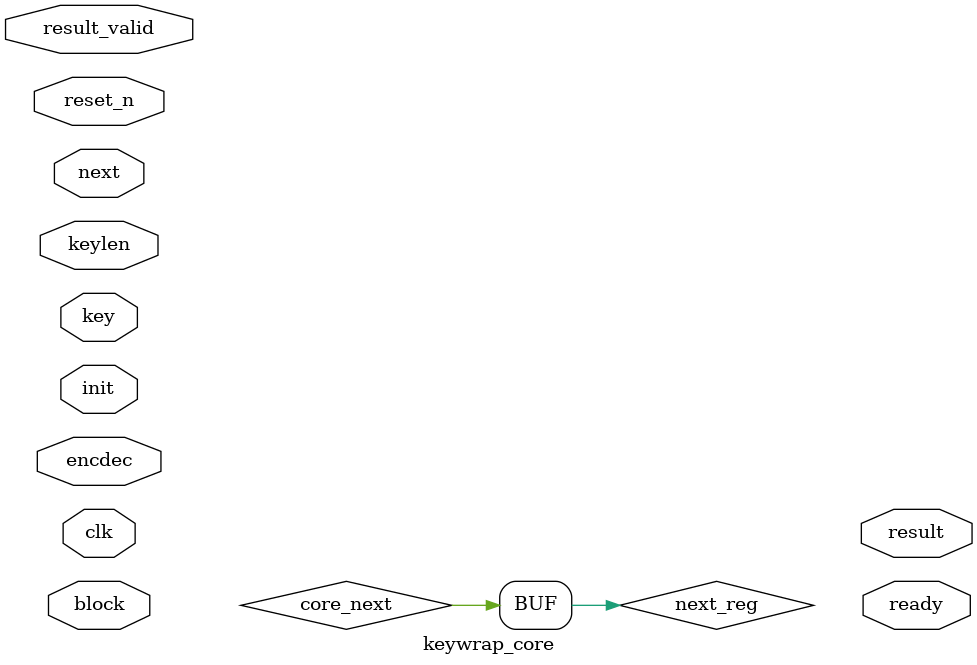
<source format=v>

module keywrap_core(
                    input wire            clk,
                    input wire            reset_n,

                    input wire            encdec,
                    input wire            init,
                    input wire            next,
                    output wire           ready,

                    input wire [255 : 0]  key,
                    input wire            keylen,

                    input wire [63  : 0]  block,
                    output wire [63  : 0] result,
                    input wire            result_valid
                   );


  //----------------------------------------------------------------
  // Internal constant and parameter definitions.
  //----------------------------------------------------------------
  localparam DEBUG            = 0;

  localparam CTRL_IDLE = 3'h0;
  localparam CTRL_INIT = 3'h1;
  localparam CTRL_DONE = 3'h7;


  //----------------------------------------------------------------
  // Registers including update variables and write enable.
  //----------------------------------------------------------------
  reg [63 : 0]   a_reg;
  reg [63 : 0]   a_new;
  reg            a_we;
  reg            a_init;
  reg            a_next;

  reg [3 : 0]    keywrap_ctrl_reg;
  reg [3 : 0]    keywrap_ctrl_new;
  reg            keywrap_ctrl_we;


  //----------------------------------------------------------------
  // Wires.
  //----------------------------------------------------------------



  //----------------------------------------------------------------
  // Concurrent connectivity for ports etc.
  //----------------------------------------------------------------
  assign read_data = tmp_read_data;
  assign error     = tmp_error;

  assign core_key = {key0_reg, key1_reg, key2_reg, key3_reg,
                     key4_reg, key5_reg, key6_reg, key7_reg};

  assign core_block  = {block0_reg, block1_reg, block2_reg, block3_reg};
  assign core_init   = init_reg;
  assign core_next   = next_reg;
  assign core_encdec = encdec_reg;
  assign core_keylen = keylen_reg;


  //----------------------------------------------------------------
  // core instantiation.
  //----------------------------------------------------------------
  aes_core aes_core_inst(
                         .clk(clk),
                         .reset_n(reset_n),

                         .encdec(core_encdec),
                         .init(core_init),
                         .next(core_next),
                         .ready(core_ready),

                         .key(core_key),
                         .keylen(core_keylen),

                         .block(core_block),
                         .result(core_result),
                         .result_valid(core_valid)
                        );


  //----------------------------------------------------------------
  // reg_update
  // Update functionality for all registers in the core.
  // All registers are positive edge triggered with asynchronous
  // active low reset.
  //----------------------------------------------------------------
  always @ (posedge clk or negedge reset_n)
    begin
      if (!reset_n)
        begin

        end
      else
        begin

        end
    end // reg_update


  //----------------------------------------------------------------
  // Datapath. Or a register logic, if we do this separately.
  //----------------------------------------------------------------
  always @*
    begin
      a_new = 64'h0000000000000000;
      a_we  = 1'b0;

      if (a_init)
        begin
          a_new = 64'ha6a6a6a6a6a6a6a6;
          a_we  = 1'b1;
        end
    end


  //----------------------------------------------------------------
  // keywrap_ctrl
  //
  // Control FSM for the keyrap core.
  //----------------------------------------------------------------
  always @*
    begin : keywrap_ctrl

    end

endmodule // keywrap_core

//======================================================================
// EOF keywrap_core.v
//======================================================================

</source>
